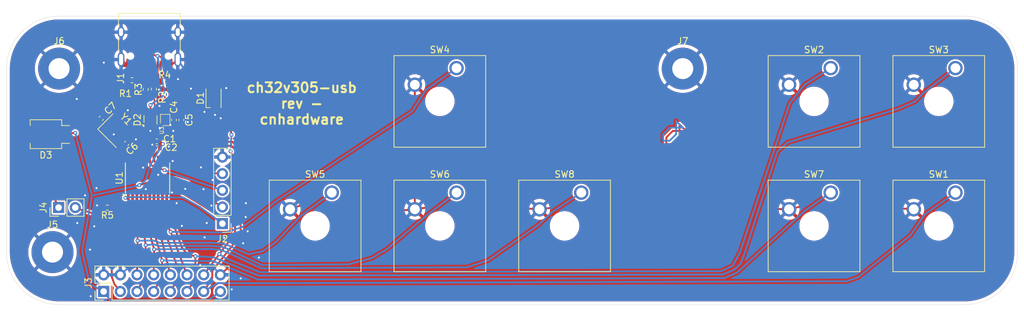
<source format=kicad_pcb>
(kicad_pcb (version 20221018) (generator pcbnew)
  (layers (0 "F.Cu" signal) (31 "B.Cu" signal) (34 "B.Paste" user) (35 "F.Paste" user) (36 "B.SilkS" user "B.Silkscreen") (37 "F.SilkS" user "F.Silkscreen") (38 "B.Mask" user) (39 "F.Mask" user) (44 "Edge.Cuts" user))
  (net 0 "")
  (net 1 "PA5")
  (net 2 "+5V")
  (net 3 "OSCI")
  (net 4 "OSCO")
  (net 6 "PB15")
  (net 7 "+3V3")
  (net 8 "D+")
  (net 9 "D-")
  (net 10 "Net-(J1-CC1)")
  (net 11 "Net-(J1-D+-PadA6)")
  (net 12 "Net-(J1-D--PadA7)")
  (net 14 "Net-(J1-CC2)")
  (net 16 "PB11")
  (net 17 "PB13")
  (net 18 "PC7")
  (net 19 "PC9")
  (net 20 "PC8")
  (net 21 "PC6")
  (net 22 "PB4")
  (net 23 "PB12")
  (net 24 "PB10")
  (net 25 "NRST")
  (net 26 "SWD")
  (net 27 "SWC")
  (net 28 "GND")
  (net 29 "Net-(D3-A)")
  (footprint "Resistor_SMD:R_0402_1005Metric" (layer "F.Cu") (at 82.1 76.770001 180)
    (fp_text reference "R1")
    (fp_text value "5.1k")
  )
  (footprint "Capacitor_SMD:C_0402_1005Metric" (layer "F.Cu") (at 88.5 82.83 -90)
    (fp_text reference "C4")
    (fp_text value "0.1u")
  )
  (footprint "Capacitor_SMD:C_0402_1005Metric" (layer "F.Cu") (at 89.63 82.839999 -90)
    (fp_text reference "C5")
    (fp_text value "4.7u")
  )
  (footprint "MountingHole:MountingHole_3.2mm_M3_Pad" (layer "F.Cu") (at 71 75)
    (fp_text reference "J6")
    (fp_text value "MNT")
  )
  (footprint "Package_SO:SSOP-20_4.4x6.5mm_P0.65mm" (layer "F.Cu") (at 84.475 91.7 90)
    (fp_text reference "U1")
    (fp_text value "CH32V305FBP6")
  )
  (footprint "Capacitor_SMD:C_0402_1005Metric" (layer "F.Cu") (at 77.43 82.58 -135)
    (fp_text reference "C7")
    (fp_text value "10p")
  )
  (footprint "OptoDevice:Osram_BPW34S-SMD" (layer "F.Cu") (at 69 85 180)
    (fp_text reference "D3")
    (fp_text value "BPW34-SMD")
  )
  (footprint "Connector_PinHeader_2.54mm:PinHeader_2x08_P2.54mm_Vertical" (layer "F.Cu") (at 77.79 109 90)
    (fp_text reference "J3")
    (fp_text value "RND")
  )
  (footprint "Capacitor_SMD:C_0402_1005Metric" (layer "F.Cu") (at 85.88 86.1 180)
    (fp_text reference "C1")
    (fp_text value "4.7u")
  )
  (footprint "Button_Switch_Keyboard:SW_Cherry_MX_1.00u_Plate" (layer "F.Cu") (at 131.54 74.92)
    (fp_text reference "SW4")
    (fp_text value "KEY")
  )
  (footprint "Capacitor_SMD:C_0402_1005Metric" (layer "F.Cu") (at 85.880001 87.17 180)
    (fp_text reference "C2")
    (fp_text value "0.1u")
  )
  (footprint "Crystal:Crystal_SMD_3225-4Pin_3.2x2.5mm" (layer "F.Cu") (at 79.470001 84.47 -45)
    (fp_text reference "Y1")
    (fp_text value "8MHz12pF")
  )
  (footprint "cnhardware:USB_C_2.5" (layer "F.Cu") (at 84.76 70.48 180)
    (fp_text reference "J1")
    (fp_text value "USB_C_Receptacle_USB2.0")
  )
  (footprint "Button_Switch_Keyboard:SW_Cherry_MX_1.00u_Plate" (layer "F.Cu") (at 188.54 74.92)
    (fp_text reference "SW2")
    (fp_text value "KEY")
  )
  (footprint "Resistor_SMD:R_0402_1005Metric" (layer "F.Cu") (at 85.44 78.110001 -90)
    (fp_text reference "R2")
    (fp_text value "22")
  )
  (footprint "Button_Switch_Keyboard:SW_Cherry_MX_1.00u_Plate" (layer "F.Cu") (at 112.54 93.92)
    (fp_text reference "SW5")
    (fp_text value "KEY")
  )
  (footprint "Button_Switch_Keyboard:SW_Cherry_MX_1.00u_Plate" (layer "F.Cu") (at 131.54 93.92)
    (fp_text reference "SW6")
    (fp_text value "KEY")
  )
  (footprint "MountingHole:MountingHole_3.2mm_M3_Pad" (layer "F.Cu") (at 166 75)
    (fp_text reference "J7")
    (fp_text value "MNT")
  )
  (footprint "cnhardware:xdfn-reg" (layer "F.Cu") (at 87.160001 82.839998)
    (fp_text reference "U3")
    (fp_text value "3.3vReg")
  )
  (footprint "Resistor_SMD:R_0402_1005Metric" (layer "F.Cu") (at 78.36 96.2 180)
    (fp_text reference "R5")
    (fp_text value "390k")
  )
  (footprint "Capacitor_SMD:C_0402_1005Metric" (layer "F.Cu") (at 81.3 86.4 45)
    (fp_text reference "C6")
    (fp_text value "10p")
  )
  (footprint "Connector_PinHeader_2.54mm:PinHeader_1x02_P2.54mm_Vertical" (layer "F.Cu") (at 70.925 96.2 90)
    (fp_text reference "J4")
    (fp_text value "JMP-PD")
  )
  (footprint "Resistor_SMD:R_0402_1005Metric" (layer "F.Cu") (at 87.080001 77.14)
    (fp_text reference "R4")
    (fp_text value "5.1k")
  )
  (footprint "Package_TO_SOT_SMD:SOT-666" (layer "F.Cu") (at 84.922499 82.820001 90)
    (fp_text reference "D2")
    (fp_text value "USBLC6-2P6-TVS")
  )
  (footprint "Button_Switch_Keyboard:SW_Cherry_MX_1.00u_Plate" (layer "F.Cu") (at 207.54 74.92)
    (fp_text reference "SW3")
    (fp_text value "KEY")
  )
  (footprint "LED_SMD:LED_WS2812B-2020_PLCC4_2.0x2.0mm" (layer "F.Cu") (at 94.529999 79.525001 90)
    (fp_text reference "D1")
    (fp_text value "WS2812B-2020")
  )
  (footprint "Resistor_SMD:R_0402_1005Metric" (layer "F.Cu") (at 84.190001 78.169999 -90)
    (fp_text reference "R3")
    (fp_text value "22")
  )
  (footprint "Connector_PinHeader_2.54mm:PinHeader_1x05_P2.54mm_Vertical" (layer "F.Cu") (at 95.879999 98.649999 180)
    (fp_text reference "J2")
    (fp_text value "PGM")
  )
  (footprint "MountingHole:MountingHole_3.2mm_M3_Pad" (layer "F.Cu") (at 70 103)
    (fp_text reference "J5")
    (fp_text value "MNT")
  )
  (footprint "Button_Switch_Keyboard:SW_Cherry_MX_1.00u_Plate" (layer "F.Cu") (at 207.54 93.92)
    (fp_text reference "SW1")
    (fp_text value "KEY")
  )
  (footprint "Button_Switch_Keyboard:SW_Cherry_MX_1.00u_Plate" (layer "F.Cu") (at 188.54 93.92)
    (fp_text reference "SW7")
    (fp_text value "KEY")
  )
  (footprint "Button_Switch_Keyboard:SW_Cherry_MX_1.00u_Plate" (layer "F.Cu") (at 150.54 93.92)
    (fp_text reference "SW8")
    (fp_text value "KEY")
  )
  (gr_arc (start 209 67) (mid 214.656854 69.343146) (end 217 75) (stroke (width 0.05)) (layer "Edge.Cuts"))
  (gr_line (start 71 111) (end 209.000003 111) (stroke (width 0.05)) (layer "Edge.Cuts"))
  (gr_arc (start 63 75) (mid 65.343146 69.343146) (end 71 67) (stroke (width 0.05)) (layer "Edge.Cuts"))
  (gr_arc (start 217.000003 103) (mid 214.656856 108.656853) (end 209.000003 111) (stroke (width 0.05)) (layer "Edge.Cuts"))
  (gr_arc (start 71 111) (mid 65.343146 108.656854) (end 63 103) (stroke (width 0.05)) (layer "Edge.Cuts"))
  (gr_line (start 217.000003 103) (end 217.000003 75) (stroke (width 0.05)) (layer "Edge.Cuts"))
  (gr_line (start 209 67) (end 71 67) (stroke (width 0.05)) (layer "Edge.Cuts"))
  (gr_line (start 63 75) (end 63 103) (stroke (width 0.05)) (layer "Edge.Cuts"))
  (gr_text "ch32v305-usb\nrev -\ncnhardware" (at 107.97 83.62) (layer "F.SilkS") (effects (font (size 1.5 1.5) (thickness 0.3) bold) (justify bottom)))
  (segment (start 163.5 85.5) (end 164.5 84.5) (width 0.28) (layer "F.Cu") (net 0))
  (segment (start 165.5 83.5) (end 165.5 85.5) (width 0.28) (layer "F.Cu") (net 0))
  (segment (start 164.5 86.5) (end 163.5 86.5) (width 0.28) (layer "F.Cu") (net 0))
  (segment (start 164.5 84.5) (end 166.5 84.5) (width 0.28) (layer "F.Cu") (net 0))
  (segment (start 166.5 84.5) (end 165.5 83.5) (width 0.28) (layer "F.Cu") (net 0))
  (segment (start 163.5 86.5) (end 163.5 85.5) (width 0.28) (layer "F.Cu") (net 0))
  (segment (start 165.5 85.5) (end 164.5 86.5) (width 0.28) (layer "F.Cu") (net 0))
  (segment (start 165 85) (end 164 86) (width 0.28) (layer "B.Cu") (net 0))
  (segment (start 163 86) (end 163 85) (width 0.28) (layer "B.Cu") (net 0))
  (segment (start 164 84) (end 166 84) (width 0.28) (layer "B.Cu") (net 0))
  (segment (start 163 85) (end 164 84) (width 0.28) (layer "B.Cu") (net 0))
  (segment (start 166 84) (end 165 83) (width 0.28) (layer "B.Cu") (net 0))
  (segment (start 165 83) (end 165 85) (width 0.28) (layer "B.Cu") (net 0))
  (segment (start 164 86) (end 163 86) (width 0.28) (layer "B.Cu") (net 0))
  (segment (start 81.669999 99.360001) (end 81.75 97.940001) (width 0.28) (layer "F.Cu") (net 1))
  (segment (start 80.33 108.999999) (end 79.45 107.92) (width 0.28) (layer "F.Cu") (net 1))
  (segment (start 81.659999 96.730001) (end 81.75 97.940001) (width 0.28) (layer "F.Cu") (net 1))
  (segment (start 78.870001 96.199999) (end 78.459999 97.24) (width 0.28) (layer "F.Cu") (net 1))
  (segment (start 78.459999 97.24) (end 77.58 97.5) (width 0.28) (layer "F.Cu") (net 1))
  (segment (start 82.2 94.6) (end 82.2 95.7) (width 0.28) (layer "F.Cu") (net 1))
  (segment (start 79.45 107.92) (end 79.019999 106.770001) (width 0.28) (layer "F.Cu") (net 1))
  (segment (start 79.019999 106.770001) (end 79.02 105.24) (width 0.28) (layer "F.Cu") (net 1))
  (segment (start 77.58 97.5) (end 73.53 96.29) (width 0.28) (layer "F.Cu") (net 1))
  (segment (start 82.2 95.7) (end 81.659999 96.730001) (width 0.28) (layer "F.Cu") (net 1))
  (segment (start 79.02 105.24) (end 81.669999 99.360001) (width 0.28) (layer "F.Cu") (net 1))
  (segment (start 80.86 96.32) (end 81.659999 96.730001) (width 0.28) (layer "F.Cu") (net 1))
  (segment (start 78.870001 96.199999) (end 80.86 96.32) (width 0.28) (layer "F.Cu") (net 1))
  (segment (start 87.51 81.610001) (end 87.059999 81.229999) (width 0.28) (layer "F.Cu") (net 2))
  (segment (start 84.019999 72.81) (end 82.649999 73.440001) (width 0.28) (layer "F.Cu") (net 2))
  (segment (start 88.5 82.35) (end 87.510001 82.330001) (width 0.28) (layer "F.Cu") (net 2))
  (segment (start 87.04 73.58) (end 86.690001 73.24) (width 0.28) (layer "F.Cu") (net 2))
  (segment (start 82.649999 73.440001) (end 82.339999 73.69) (width 0.28) (layer "F.Cu") (net 2))
  (segment (start 87.059999 81.229999) (end 87.13 78.95) (width 0.28) (layer "F.Cu") (net 2))
  (segment (start 89.629999 82.36) (end 88.5 82.35) (width 0.28) (layer "F.Cu") (net 2))
  (segment (start 87.059999 81.229999) (end 86.81 81.689999) (width 0.28) (layer "F.Cu") (net 2))
  (segment (start 86.810001 82.330001) (end 86.81 81.689999) (width 0.28) (layer "F.Cu") (net 2))
  (segment (start 84.9 72.809999) (end 84.019999 72.81) (width 0.28) (layer "F.Cu") (net 2))
  (segment (start 82.339999 73.69) (end 82.31 74.525) (width 0.28) (layer "F.Cu") (net 2))
  (segment (start 86.690001 73.24) (end 85.98 73.069441) (width 0.28) (layer "F.Cu") (net 2))
  (segment (start 85.98 73.069441) (end 84.9 72.809999) (width 0.28) (layer "F.Cu") (net 2))
  (segment (start 87.21 74.525) (end 87.04 73.58) (width 0.28) (layer "F.Cu") (net 2))
  (segment (start 84.9225 81.895) (end 84.92 80.56) (width 0.28) (layer "F.Cu") (net 2))
  (segment (start 87.510001 82.330001) (end 87.51 81.610001) (width 0.28) (layer "F.Cu") (net 2))
  (via (at 85.98 73.069441) (size 0.6) (drill 0.3) (layers "F.Cu" "B.Cu") (net 2))
  (via (at 87.13 78.95) (size 0.6) (drill 0.3) (layers "F.Cu" "B.Cu") (net 2))
  (via (at 84.92 80.56) (size 0.6) (drill 0.3) (layers "F.Cu" "B.Cu") (net 2))
  (segment (start 87.13 78.95) (end 85.98 73.069441) (width 0.28) (layer "B.Cu") (net 2))
  (segment (start 84.92 80.56) (end 87.13 78.95) (width 0.28) (layer "B.Cu") (net 2))
  (segment (start 81.639411 86.060589) (end 82.000001 86.74) (width 0.28) (layer "F.Cu") (net 3))
  (segment (start 82.2 88.8) (end 82.000001 86.74) (width 0.28) (layer "F.Cu") (net 3))
  (segment (start 81.639411 86.060588) (end 80.84886 84.646778) (width 0.3048) (layer "F.Cu") (net 3))
  (segment (start 78.120001 85.700001) (end 78.091143 84.293222) (width 0.28) (layer "F.Cu") (net 4))
  (segment (start 79.9 87.5) (end 81.55 88.8) (width 0.28) (layer "F.Cu") (net 4))
  (segment (start 78.120001 85.700001) (end 79.9 87.5) (width 0.28) (layer "F.Cu") (net 4))
  (segment (start 78.091143 84.293222) (end 77.090589 82.919411) (width 0.3048) (layer "F.Cu") (net 4))
  (segment (start 97.09 97.03) (end 97.24 96.45) (width 0.28) (layer "F.Cu") (net 6))
  (segment (start 86.1 94.6) (end 86.1 95.2) (width 0.28) (layer "F.Cu") (net 6))
  (segment (start 92.62 95.75) (end 89.7 94) (width 0.28) (layer "F.Cu") (net 6))
  (segment (start 89.7 94) (end 88.5 93.1) (width 0.28) (layer "F.Cu") (net 6))
  (segment (start 96.46 97.44) (end 97.09 97.03) (width 0.28) (layer "F.Cu") (net 6))
  (segment (start 95.03 97.31) (end 96.46 97.44) (width 0.28) (layer "F.Cu") (net 6))
  (segment (start 92.62 95.75) (end 95.03 97.31) (width 0.28) (layer "F.Cu") (net 6))
  (segment (start 89.2 105.8) (end 89.169999 106.920001) (width 0.28) (layer "F.Cu") (net 6))
  (segment (start 86.8 93) (end 86.1 93.6) (width 0.28) (layer "F.Cu") (net 6))
  (segment (start 96.48 79.73) (end 95.079999 78.610001) (width 0.28) (layer "F.Cu") (net 6))
  (segment (start 97.4 88.38) (end 97.12 87.61) (width 0.28) (layer "F.Cu") (net 6))
  (segment (start 97.24 96.45) (end 97.4 88.38) (width 0.28) (layer "F.Cu") (net 6))
  (segment (start 87.1 99.8) (end 89.2 105.8) (width 0.28) (layer "F.Cu") (net 6))
  (segment (start 89.169999 106.920001) (end 87.95 109) (width 0.28) (layer "F.Cu") (net 6))
  (segment (start 97.26 85.08) (end 96.48 79.73) (width 0.28) (layer "F.Cu") (net 6))
  (segment (start 88.5 93.1) (end 86.8 93) (width 0.28) (layer "F.Cu") (net 6))
  (segment (start 86.1 93.6) (end 86.1 94.6) (width 0.28) (layer "F.Cu") (net 6))
  (segment (start 86.1 95.2) (end 87.1 99.8) (width 0.28) (layer "F.Cu") (net 6))
  (via (at 97.26 85.08) (size 0.6) (drill 0.3) (layers "F.Cu" "B.Cu") (net 6))
  (via (at 97.12 87.61) (size 0.6) (drill 0.3) (layers "F.Cu" "B.Cu") (net 6))
  (segment (start 97.12 87.61) (end 97.26 85.08) (width 0.28) (layer "B.Cu") (net 6))
  (segment (start 85.5 88.2) (end 86.360001 87.17) (width 0.28) (layer "F.Cu") (net 7))
  (segment (start 87.295541 84.404459) (end 87.799999 85.5) (width 0.28) (layer "F.Cu") (net 7))
  (segment (start 91.920001 93.720001) (end 95.88 96.110001) (width 0.28) (layer "F.Cu") (net 7))
  (segment (start 85.8 91.9) (end 88.6 91.8) (width 0.28) (layer "F.Cu") (net 7))
  (segment (start 72.05 85) (end 73.46 84.8) (width 0.28) (layer "F.Cu") (net 7))
  (segment (start 85.45 88.8) (end 85.5 88.2) (width 0.28) (layer "F.Cu") (net 7))
  (segment (start 86.36 86.6) (end 86.8 86.5) (width 0.28) (layer "F.Cu") (net 7))
  (segment (start 92.33 80.16) (end 91.72 83.82) (width 0.28) (layer "F.Cu") (net 7))
  (segment (start 90.39 84.85) (end 87.799999 85.5) (width 0.28) (layer "F.Cu") (net 7))
  (segment (start 86.81 83.350001) (end 87.295541 84.404459) (width 0.28) (layer "F.Cu") (net 7))
  (segment (start 93.979999 78.610001) (end 93.02 78.86) (width 0.28) (layer "F.Cu") (net 7))
  (segment (start 90.584106 92.395894) (end 91.920001 93.720001) (width 0.28) (layer "F.Cu") (net 7))
  (segment (start 91.72 83.82) (end 90.39 84.85) (width 0.28) (layer "F.Cu") (net 7))
  (segment (start 86.36 86.6) (end 86.360001 87.17) (width 0.28) (layer "F.Cu") (net 7))
  (segment (start 93.02 78.86) (end 92.33 80.16) (width 0.28) (layer "F.Cu") (net 7))
  (segment (start 83.23 92.8) (end 85.8 91.9) (width 0.28) (layer "F.Cu") (net 7))
  (segment (start 88.6 91.8) (end 90.584106 92.395894) (width 0.28) (layer "F.Cu") (net 7))
  (segment (start 87.295541 84.404459) (end 86.36 86.1) (width 0.28) (layer "F.Cu") (net 7))
  (segment (start 86.36 86.1) (end 86.36 86.6) (width 0.28) (layer "F.Cu") (net 7))
  (via (at 73.46 84.8) (size 0.6) (drill 0.3) (layers "F.Cu" "B.Cu") (net 7))
  (via (at 83.23 92.8) (size 0.6) (drill 0.3) (layers "F.Cu" "B.Cu") (net 7))
  (via (at 86.8 86.5) (size 0.6) (drill 0.3) (layers "F.Cu" "B.Cu") (net 7))
  (segment (start 75.67 107.89) (end 77.79 109) (width 0.28) (layer "B.Cu") (net 7))
  (segment (start 74.5 102.82) (end 75.67 107.89) (width 0.28) (layer "B.Cu") (net 7))
  (segment (start 86.8 86.5) (end 84.9 89.7) (width 0.28) (layer "B.Cu") (net 7))
  (segment (start 78.81 110.36) (end 77.79 109) (width 0.28) (layer "B.Cu") (net 7))
  (segment (start 95.57 109) (end 93.83 110.27) (width 0.28) (layer "B.Cu") (net 7))
  (segment (start 84.2 92) (end 83.23 92.8) (width 0.28) (layer "B.Cu") (net 7))
  (segment (start 73.46 84.8) (end 76.01 94.37) (width 0.28) (layer "B.Cu") (net 7))
  (segment (start 93.83 110.27) (end 78.81 110.36) (width 0.28) (layer "B.Cu") (net 7))
  (segment (start 74.5 102.82) (end 76.01 94.37) (width 0.28) (layer "B.Cu") (net 7))
  (segment (start 76.01 94.37) (end 83.23 92.8) (width 0.28) (layer "B.Cu") (net 7))
  (segment (start 84.9 89.7) (end 84.2 92) (width 0.28) (layer "B.Cu") (net 7))
  (segment (start 84.385 81.97) (end 84.384999 83.669999) (width 0.3048) (layer "F.Cu") (net 8))
  (segment (start 84.384999 83.670001) (end 83.5 88.8) (width 0.28) (layer "F.Cu") (net 8))
  (segment (start 84.229999 80.519999) (end 84.19 78.680001) (width 0.3048) (layer "F.Cu") (net 8))
  (segment (start 84.385 81.97) (end 84.229999 80.519999) (width 0.3048) (layer "F.Cu") (net 8))
  (segment (start 85.549999 80.55) (end 85.459999 81.969999) (width 0.2) (layer "F.Cu") (net 9))
  (segment (start 84.9 85.5) (end 84.5 86.2) (width 0.3048) (layer "F.Cu") (net 9))
  (segment (start 84.5 86.2) (end 84.15 88.8) (width 0.3048) (layer "F.Cu") (net 9))
  (segment (start 85.61 84.520001) (end 85.5 85.2) (width 0.3048) (layer "F.Cu") (net 9))
  (segment (start 85.44 78.619999) (end 85.549999 80.55) (width 0.2) (layer "F.Cu") (net 9))
  (segment (start 85.459999 81.969999) (end 85.460001 83.67) (width 0.3048) (layer "F.Cu") (net 9))
  (segment (start 85.460001 83.67) (end 85.61 84.520001) (width 0.3048) (layer "F.Cu") (net 9))
  (segment (start 85.5 85.2) (end 84.9 85.5) (width 0.3048) (layer "F.Cu") (net 9))
  (segment (start 86.010001 74.525) (end 86.01 75.650001) (width 0.28) (layer "F.Cu") (net 10))
  (segment (start 86.01 75.650001) (end 86.57 77.14) (width 0.28) (layer "F.Cu") (net 10))
  (segment (start 84.259999 73.36) (end 84.1 73.489999) (width 0.28) (layer "F.Cu") (net 11))
  (segment (start 84.015002 73.74) (end 84.01 74.525) (width 0.28) (layer "F.Cu") (net 11))
  (segment (start 84.01 76.15) (end 84.189999 77.66) (width 0.28) (layer "F.Cu") (net 11))
  (segment (start 85.01 74.524999) (end 85.009999 73.7) (width 0.28) (layer "F.Cu") (net 11))
  (segment (start 84.1 73.489999) (end 84.015002 73.74) (width 0.28) (layer "F.Cu") (net 11))
  (segment (start 84.63 73.35) (end 84.259999 73.36) (width 0.28) (layer "F.Cu") (net 11))
  (segment (start 84.01 74.525) (end 84.01 76.15) (width 0.28) (layer "F.Cu") (net 11))
  (segment (start 84.899999 73.49) (end 84.63 73.35) (width 0.28) (layer "F.Cu") (net 11))
  (segment (start 85.009999 73.7) (end 84.899999 73.49) (width 0.28) (layer "F.Cu") (net 11))
  (segment (start 85.509999 75.67) (end 85.51 74.524999) (width 0.28) (layer "F.Cu") (net 12))
  (segment (start 84.51 74.525) (end 84.51 76.109999) (width 0.28) (layer "F.Cu") (net 12))
  (segment (start 85.44 77.600001) (end 85.509999 75.67) (width 0.28) (layer "F.Cu") (net 12))
  (segment (start 84.51 76.109999) (end 85.44 77.600001) (width 0.28) (layer "F.Cu") (net 12))
  (segment (start 83.01 75.71) (end 82.610001 76.77) (width 0.28) (layer "F.Cu") (net 14))
  (segment (start 83.009999 74.525) (end 83.01 75.71) (width 0.28) (layer "F.Cu") (net 14))
  (segment (start 84.194892 101.93) (end 84.079998 106.75) (width 0.28) (layer "F.Cu") (net 16))
  (segment (start 83.5 94.6) (end 83.5 96.2) (width 0.28) (layer "F.Cu") (net 16))
  (segment (start 83.8 99.4) (end 84.194892 101.93) (width 0.28) (layer "F.Cu") (net 16))
  (segment (start 84.079998 106.75) (end 82.869999 109.000001) (width 0.28) (layer "F.Cu") (net 16))
  (segment (start 83.5 96.2) (end 83.8 99.4) (width 0.28) (layer "F.Cu") (net 16))
  (via (at 84.194892 101.93) (size 0.6) (drill 0.3) (layers "F.Cu" "B.Cu") (net 16))
  (segment (start 94.19462 102.044555) (end 86.21 102.07) (width 0.28) (layer "B.Cu") (net 16))
  (segment (start 120.89 102.58) (end 118.62 103.92) (width 0.28) (layer "B.Cu") (net 16))
  (segment (start 126.85 97.51) (end 120.89 102.58) (width 0.28) (layer "B.Cu") (net 16))
  (segment (start 95.632524 102.154174) (end 94.19462 102.044555) (width 0.28) (layer "B.Cu") (net 16))
  (segment (start 118.62 103.92) (end 115.11 104.86) (width 0.28) (layer "B.Cu") (net 16))
  (segment (start 85.47 101.81) (end 84.194892 101.93) (width 0.28) (layer "B.Cu") (net 16))
  (segment (start 86.21 102.07) (end 85.47 101.81) (width 0.28) (layer "B.Cu") (net 16))
  (segment (start 115.11 104.86) (end 101.919806 104.979421) (width 0.28) (layer "B.Cu") (net 16))
  (segment (start 131.54 93.92) (end 126.85 97.51) (width 0.28) (layer "B.Cu") (net 16))
  (segment (start 96.27 102.33) (end 95.632524 102.154174) (width 0.28) (layer "B.Cu") (net 16))
  (segment (start 101.919806 104.979421) (end 96.27 102.33) (width 0.28) (layer "B.Cu") (net 16))
  (segment (start 86.700815 104.27) (end 85.4 99.7) (width 0.28) (layer "F.Cu") (net 17))
  (segment (start 85.4 99.7) (end 84.8 95.5) (width 0.28) (layer "F.Cu") (net 17))
  (segment (start 84.8 95.5) (end 84.8 94.6) (width 0.28) (layer "F.Cu") (net 17))
  (segment (start 86.700815 104.27) (end 86.649999 106.760001) (width 0.28) (layer "F.Cu") (net 17))
  (segment (start 86.649999 106.760001) (end 85.410001 108.999999) (width 0.28) (layer "F.Cu") (net 17))
  (via (at 86.700815 104.27) (size 0.6) (drill 0.3) (layers "F.Cu" "B.Cu") (net 17))
  (segment (start 101.25 107.17) (end 94.46 104.37) (width 0.28) (layer "B.Cu") (net 17))
  (segment (start 172.37 106.95) (end 174.33 106.09) (width 0.28) (layer "B.Cu") (net 17))
  (segment (start 172.37 106.95) (end 101.25 107.17) (width 0.28) (layer "B.Cu") (net 17))
  (segment (start 184.59 96.68) (end 188.54 93.92) (width 0.28) (layer "B.Cu") (net 17))
  (segment (start 175.78 104.73) (end 184.59 96.68) (width 0.28) (layer "B.Cu") (net 17))
  (segment (start 94.46 104.37) (end 86.700815 104.27) (width 0.28) (layer "B.Cu") (net 17))
  (segment (start 174.33 106.09) (end 175.78 104.73) (width 0.28) (layer "B.Cu") (net 17))
  (segment (start 88.3 98.5) (end 88.8 99.8) (width 0.28) (layer "F.Cu") (net 18))
  (segment (start 87.5 95.5) (end 88.3 98.5) (width 0.28) (layer "F.Cu") (net 18))
  (segment (start 89.7 102.3) (end 90.6 103.4) (width 0.28) (layer "F.Cu") (net 18))
  (segment (start 87.4 94.6) (end 87.5 95.5) (width 0.28) (layer "F.Cu") (net 18))
  (segment (start 91.775634 103.62) (end 91.689999 107.239999) (width 0.28) (layer "F.Cu") (net 18))
  (segment (start 91.689999 107.239999) (end 90.49 109.000001) (width 0.28) (layer "F.Cu") (net 18))
  (segment (start 90.6 103.4) (end 91.775634 103.62) (width 0.28) (layer "F.Cu") (net 18))
  (segment (start 88.8 99.8) (end 89.7 102.3) (width 0.28) (layer "F.Cu") (net 18))
  (via (at 91.775634 103.62) (size 0.6) (drill 0.3) (layers "F.Cu" "B.Cu") (net 18))
  (segment (start 101.39 106.58) (end 94.54 103.79) (width 0.28) (layer "B.Cu") (net 18))
  (segment (start 181.99 86.26) (end 198.91 81.11) (width 0.28) (layer "B.Cu") (net 18))
  (segment (start 202.79 78.59) (end 207.54 74.92) (width 0.28) (layer "B.Cu") (net 18))
  (segment (start 172.1 106.41) (end 101.39 106.58) (width 0.28) (layer "B.Cu") (net 18))
  (segment (start 173.87 105.66) (end 174.81 104.73) (width 0.28) (layer "B.Cu") (net 18))
  (segment (start 201.4 80.01) (end 202.79 78.59) (width 0.28) (layer "B.Cu") (net 18))
  (segment (start 174.81 104.73) (end 175.48 103.01) (width 0.28) (layer "B.Cu") (net 18))
  (segment (start 198.91 81.11) (end 201.4 80.01) (width 0.28) (layer "B.Cu") (net 18))
  (segment (start 172.1 106.41) (end 173.87 105.66) (width 0.28) (layer "B.Cu") (net 18))
  (segment (start 175.48 103.01) (end 180.41 87.68) (width 0.28) (layer "B.Cu") (net 18))
  (segment (start 180.41 87.68) (end 181.99 86.26) (width 0.28) (layer "B.Cu") (net 18))
  (segment (start 94.54 103.79) (end 91.775634 103.62) (width 0.28) (layer "B.Cu") (net 18))
  (segment (start 97.36 86.15) (end 94.780001 86.16) (width 0.28) (layer "F.Cu") (net 19))
  (segment (start 93.029999 108.999998) (end 94.32 106.980001) (width 0.28) (layer "F.Cu") (net 19))
  (segment (start 94.32 106.980001) (end 94.349999 105.84) (width 0.28) (layer "F.Cu") (net 19))
  (segment (start 98.52 87.26) (end 97.36 86.15) (width 0.28) (layer "F.Cu") (net 19))
  (segment (start 98.66 100.4) (end 98.52 87.26) (width 0.28) (layer "F.Cu") (net 19))
  (segment (start 90.5 86.9) (end 89 87.5) (width 0.28) (layer "F.Cu") (net 19))
  (segment (start 87.1 87.8) (end 86.8 88) (width 0.28) (layer "F.Cu") (net 19))
  (segment (start 86.8 88) (end 86.75 88.8) (width 0.28) (layer "F.Cu") (net 19))
  (segment (start 89 87.5) (end 87.1 87.8) (width 0.28) (layer "F.Cu") (net 19))
  (segment (start 94.349999 105.84) (end 98.66 100.4) (width 0.28) (layer "F.Cu") (net 19))
  (segment (start 94.780001 86.16) (end 90.5 86.9) (width 0.28) (layer "F.Cu") (net 19))
  (segment (start 202.87 97.23) (end 200.68 100.45) (width 0.28) (layer "B.Cu") (net 19))
  (segment (start 95.13 107.73) (end 93.03 109) (width 0.28) (layer "B.Cu") (net 19))
  (segment (start 190.99 107.440766) (end 192.71 106.83) (width 0.28) (layer "B.Cu") (net 19))
  (segment (start 101.17 107.74) (end 190.99 107.440766) (width 0.28) (layer "B.Cu") (net 19))
  (segment (start 192.71 106.83) (end 200.68 100.45) (width 0.28) (layer "B.Cu") (net 19))
  (segment (start 95.13 107.73) (end 101.17 107.74) (width 0.28) (layer "B.Cu") (net 19))
  (segment (start 207.54 93.92) (end 202.87 97.23) (width 0.28) (layer "B.Cu") (net 19))
  (segment (start 97.27 86.78) (end 97.999999 87.629999) (width 0.28) (layer "F.Cu") (net 20))
  (segment (start 90.6 87.4) (end 93.1 87) (width 0.28) (layer "F.Cu") (net 20))
  (segment (start 97.999999 87.629999) (end 97.79 100.14) (width 0.28) (layer "F.Cu") (net 20))
  (segment (start 87.7 88.2) (end 89.2 88) (width 0.28) (layer "F.Cu") (net 20))
  (segment (start 93.1 87) (end 95.109999 86.730001) (width 0.28) (layer "F.Cu") (net 20))
  (segment (start 87.4 88.8) (end 87.7 88.2) (width 0.28) (layer "F.Cu") (net 20))
  (segment (start 93.03 106.46) (end 95.414046 103.295954) (width 0.28) (layer "F.Cu") (net 20))
  (segment (start 97.79 100.14) (end 95.414046 103.295954) (width 0.28) (layer "F.Cu") (net 20))
  (segment (start 95.109999 86.730001) (end 97.27 86.78) (width 0.28) (layer "F.Cu") (net 20))
  (segment (start 89.2 88) (end 90.6 87.4) (width 0.28) (layer "F.Cu") (net 20))
  (via (at 95.414046 103.295954) (size 0.6) (drill 0.3) (layers "F.Cu" "B.Cu") (net 20))
  (segment (start 182.32 80.25) (end 184.59 77.43) (width 0.28) (layer "B.Cu") (net 20))
  (segment (start 173.62 105.08) (end 174.73 103) (width 0.28) (layer "B.Cu") (net 20))
  (segment (start 171.81 105.91) (end 173.62 105.08) (width 0.28) (layer "B.Cu") (net 20))
  (segment (start 95.414046 103.295954) (end 96.21 103.85) (width 0.28) (layer "B.Cu") (net 20))
  (segment (start 101.55 106.05) (end 171.81 105.91) (width 0.28) (layer "B.Cu") (net 20))
  (segment (start 96.21 103.85) (end 101.55 106.05) (width 0.28) (layer "B.Cu") (net 20))
  (segment (start 174.73 103) (end 182.32 80.25) (width 0.28) (layer "B.Cu") (net 20))
  (segment (start 184.59 77.43) (end 188.54 74.92) (width 0.28) (layer "B.Cu") (net 20))
  (segment (start 88 99.9) (end 90.49 106.46) (width 0.28) (layer "F.Cu") (net 21))
  (segment (start 86.763563 95.247126) (end 86.75 94.6) (width 0.28) (layer "F.Cu") (net 21))
  (segment (start 87.6 99.2) (end 86.763563 95.247126) (width 0.28) (layer "F.Cu") (net 21))
  (segment (start 88 99.9) (end 87.6 99.2) (width 0.28) (layer "F.Cu") (net 21))
  (via (at 88 99.9) (size 0.6) (drill 0.3) (layers "F.Cu" "B.Cu") (net 21))
  (segment (start 126.89 78.23) (end 131.54 74.92) (width 0.28) (layer "B.Cu") (net 21))
  (segment (start 104.16 95.17) (end 124.81 81.47) (width 0.28) (layer "B.Cu") (net 21))
  (segment (start 124.81 81.47) (end 126.89 78.23) (width 0.28) (layer "B.Cu") (net 21))
  (segment (start 98.98 99.14) (end 104.16 95.17) (width 0.28) (layer "B.Cu") (net 21))
  (segment (start 88 99.9) (end 96.32 100.01) (width 0.28) (layer "B.Cu") (net 21))
  (segment (start 96.32 100.01) (end 98.98 99.14) (width 0.28) (layer "B.Cu") (net 21))
  (segment (start 86.3 99.8) (end 87.950001 106.46) (width 0.28) (layer "F.Cu") (net 22))
  (segment (start 85.5 95.3) (end 86.3 99.8) (width 0.28) (layer "F.Cu") (net 22))
  (segment (start 85.45 94.6) (end 85.5 95.3) (width 0.28) (layer "F.Cu") (net 22))
  (segment (start 84.7 99.8) (end 84.2 95.7) (width 0.28) (layer "F.Cu") (net 23))
  (segment (start 84.2 95.7) (end 84.15 94.6) (width 0.28) (layer "F.Cu") (net 23))
  (segment (start 85.478485 102.57) (end 85.409999 106.459999) (width 0.28) (layer "F.Cu") (net 23))
  (segment (start 85.478485 102.57) (end 84.7 99.8) (width 0.28) (layer "F.Cu") (net 23))
  (via (at 85.478485 102.57) (size 0.6) (drill 0.3) (layers "F.Cu" "B.Cu") (net 23))
  (segment (start 95.56 102.64) (end 94.24 102.53) (width 0.28) (layer "B.Cu") (net 23))
  (segment (start 150.54 93.92) (end 145.98 96.97) (width 0.28) (layer "B.Cu") (net 23))
  (segment (start 101.8 105.46) (end 96.51 103) (width 0.28) (layer "B.Cu") (net 23))
  (segment (start 145.98 96.97) (end 144.01 98.86) (width 0.28) (layer "B.Cu") (net 23))
  (segment (start 133.13 105.31) (end 101.8 105.46) (width 0.28) (layer "B.Cu") (net 23))
  (segment (start 136.33 104.27) (end 133.13 105.31) (width 0.28) (layer "B.Cu") (net 23))
  (segment (start 144.01 98.86) (end 136.33 104.27) (width 0.28) (layer "B.Cu") (net 23))
  (segment (start 94.24 102.53) (end 85.478485 102.57) (width 0.28) (layer "B.Cu") (net 23))
  (segment (start 96.51 103) (end 95.56 102.64) (width 0.28) (layer "B.Cu") (net 23))
  (segment (start 82.85 94.6) (end 82.961726 101.25) (width 0.28) (layer "F.Cu") (net 24))
  (segment (start 82.961726 101.25) (end 82.870001 106.460001) (width 0.28) (layer "F.Cu") (net 24))
  (via (at 82.961726 101.25) (size 0.6) (drill 0.3) (layers "F.Cu" "B.Cu") (net 24))
  (segment (start 112.54 93.92) (end 107.82 97.48) (width 0.28) (layer "B.Cu") (net 24))
  (segment (start 86.369712 101.589489) (end 85.36 101.22) (width 0.28) (layer "B.Cu") (net 24))
  (segment (start 104 101.48) (end 101.99 102.88) (width 0.28) (layer "B.Cu") (net 24))
  (segment (start 94.181361 101.562152) (end 86.369712 101.589489) (width 0.28) (layer "B.Cu") (net 24))
  (segment (start 85.36 101.22) (end 82.961726 101.25) (width 0.28) (layer "B.Cu") (net 24))
  (segment (start 99.84 103.31) (end 96.66 101.92) (width 0.28) (layer "B.Cu") (net 24))
  (segment (start 96.003177 101.758483) (end 95.584674 101.643053) (width 0.28) (layer "B.Cu") (net 24))
  (segment (start 107.82 97.48) (end 104 101.48) (width 0.28) (layer "B.Cu") (net 24))
  (segment (start 96.66 101.92) (end 96.003177 101.758483) (width 0.28) (layer "B.Cu") (net 24))
  (segment (start 101.99 102.88) (end 99.84 103.31) (width 0.28) (layer "B.Cu") (net 24))
  (segment (start 95.584674 101.643053) (end 94.181361 101.562152) (width 0.28) (layer "B.Cu") (net 24))
  (segment (start 81.55 94.6) (end 81.1 94.7) (width 0.28) (layer "F.Cu") (net 25))
  (via (at 81.1 94.7) (size 0.6) (drill 0.3) (layers "F.Cu" "B.Cu") (net 25))
  (segment (start 89.91 94.66) (end 92.46 96.11) (width 0.28) (layer "B.Cu") (net 25))
  (segment (start 81.1 94.6) (end 89.91 94.66) (width 0.28) (layer "B.Cu") (net 25))
  (segment (start 81.1 94.6) (end 81.1 94.7) (width 0.28) (layer "B.Cu") (net 25))
  (segment (start 92.46 96.11) (end 95.879999 98.649999) (width 0.28) (layer "B.Cu") (net 25))
  (segment (start 88.4 90.1) (end 90.8 90.769999) (width 0.28) (layer "F.Cu") (net 26))
  (segment (start 86.1 88.8) (end 86.1 89.5) (width 0.28) (layer "F.Cu") (net 26))
  (segment (start 86.1 89.5) (end 86.5 89.7) (width 0.28) (layer "F.Cu") (net 26))
  (segment (start 86.5 89.7) (end 88.4 90.1) (width 0.28) (layer "F.Cu") (net 26))
  (segment (start 95.880001 91.030001) (end 90.8 90.769999) (width 0.28) (layer "F.Cu") (net 26))
  (segment (start 84.9 89.7) (end 87.060001 90.509999) (width 0.28) (layer "F.Cu") (net 27))
  (segment (start 84.8 88.8) (end 84.9 89.7) (width 0.28) (layer "F.Cu") (net 27))
  (via (at 87.060001 90.509999) (size 0.6) (drill 0.3) (layers "F.Cu" "B.Cu") (net 27))
  (segment (start 87.060001 90.509999) (end 95.879999 93.569999) (width 0.28) (layer "B.Cu") (net 27))
  (segment (start 88.5 83.31) (end 89.630001 83.320001) (width 0.28) (layer "F.Cu") (net 28))
  (segment (start 95.079999 80.440001) (end 94.75 82.06) (width 0.28) (layer "F.Cu") (net 28))
  (segment (start 84.9225 83.745) (end 84.9 84.5) (width 0.28) (layer "F.Cu") (net 28))
  (segment (start 85.4 86.6) (end 85.2 86.6) (width 0.28) (layer "F.Cu") (net 28))
  (segment (start 106.19 96.46) (end 108.97 95.4) (width 0.28) (layer "F.Cu") (net 28))
  (segment (start 144.19 96.46) (end 149.1 95.84) (width 0.28) (layer "F.Cu") (net 28))
  (segment (start 85.4 86.6) (end 85.400001 87.17) (width 0.28) (layer "F.Cu") (net 28))
  (segment (start 89.08 73.609999) (end 89.08 69.430001) (width 0.28) (layer "F.Cu") (net 28))
  (segment (start 79.646779 85.848857) (end 80.960589 86.739411) (width 0.3048) (layer "F.Cu") (net 28))
  (segment (start 116.86 97.23) (end 125.19 96.46) (width 0.28) (layer "F.Cu") (net 28))
  (segment (start 130.76 95.67) (end 144.19 96.46) (width 0.28) (layer "F.Cu") (net 28))
  (segment (start 89.63 83.319999) (end 90.61 83.16) (width 0.28) (layer "F.Cu") (net 28))
  (segment (start 77.85 96.2) (end 76.79 95.87) (width 0.28) (layer "F.Cu") (net 28))
  (segment (start 149.1 95.84) (end 182.19 96.46) (width 0.28) (layer "F.Cu") (net 28))
  (segment (start 87.51 83.35) (end 88.5 83.31) (width 0.28) (layer "F.Cu") (net 28))
  (segment (start 88.01 74.525001) (end 88.009999 75.900001) (width 0.28) (layer "F.Cu") (net 28))
  (segment (start 80.33 93.29) (end 82.97 90.14) (width 0.28) (layer "F.Cu") (net 28))
  (segment (start 79.293224 83.091143) (end 79.44682 84.35) (width 0.3048) (layer "F.Cu") (net 28))
  (segment (start 85.4 86.1) (end 85.4 86.6) (width 0.28) (layer "F.Cu") (net 28))
  (segment (start 108.97 95.4) (end 116.86 97.23) (width 0.28) (layer "F.Cu") (net 28))
  (segment (start 182.19 96.46) (end 186.01 95.56) (width 0.28) (layer "F.Cu") (net 28))
  (segment (start 79.44682 84.35) (end 79.330001 85.04) (width 0.3048) (layer "F.Cu") (net 28))
  (segment (start 81.51 74.525) (end 80.440001 73.609999) (width 0.3048) (layer "F.Cu") (net 28))
  (segment (start 77.769412 82.240589) (end 79.293224 83.091143) (width 0.3048) (layer "F.Cu") (net 28))
  (segment (start 88.5 83.31) (end 87.960001 83.590001) (width 0.28) (layer "F.Cu") (net 28))
  (segment (start 77.85 96.2) (end 80.33 93.29) (width 0.28) (layer "F.Cu") (net 28))
  (segment (start 79.47 84.540001) (end 79.646779 85.848857) (width 0.3048) (layer "F.Cu") (net 28))
  (segment (start 89.08 73.609999) (end 88.01 74.525001) (width 0.28) (layer "F.Cu") (net 28))
  (segment (start 88.009999 75.900001) (end 87.59 77.139998) (width 0.28) (layer "F.Cu") (net 28))
  (segment (start 81.59 76.77) (end 81.51 74.525) (width 0.3048) (layer "F.Cu") (net 28))
  (segment (start 125.19 96.46) (end 130.76 95.67) (width 0.28) (layer "F.Cu") (net 28))
  (segment (start 79.44682 84.35) (end 79.47 84.540001) (width 0.3048) (layer "F.Cu") (net 28))
  (segment (start 95.57 106.46) (end 106.19 96.46) (width 0.28) (layer "F.Cu") (net 28))
  (segment (start 87.51 83.35) (end 87.160001 82.839998) (width 0.28) (layer "F.Cu") (net 28))
  (segment (start 125.19 77.46) (end 125.19 96.46) (width 0.28) (layer "F.Cu") (net 28))
  (segment (start 80.440001 73.609999) (end 80.44 69.43) (width 0.3048) (layer "F.Cu") (net 28))
  (segment (start 186.01 95.56) (end 201.19 96.46) (width 0.28) (layer "F.Cu") (net 28))
  (via (at 94.4 92) (size 0.6) (drill 0.3) (layers "F.Cu" "B.Cu") (net 28))
  (via (at 88.3 89.1) (size 0.6) (drill 0.3) (layers "F.Cu" "B.Cu") (net 28))
  (via (at 74.95 94.34) (size 0.6) (drill 0.3) (layers "F.Cu" "B.Cu") (net 28))
  (via (at 98.66 107) (size 0.6) (drill 0.3) (layers "F.Cu" "B.Cu") (net 28))
  (via (at 81.470001 81.35) (size 0.6) (drill 0.3) (layers "F.Cu" "B.Cu") (net 28))
  (via (at 93.14 81.6) (size 0.6) (drill 0.3) (layers "F.Cu" "B.Cu") (net 28))
  (via (at 91.09 78.05) (size 0.6) (drill 0.3) (layers "F.Cu" "B.Cu") (net 28))
  (via (at 89.11 76.61) (size 0.6) (drill 0.3) (layers "F.Cu" "B.Cu") (net 28))
  (via (at 92.5 105) (size 0.6) (drill 0.3) (layers "F.Cu" "B.Cu") (net 28))
  (via (at 75.81 109.73) (size 0.6) (drill 0.3) (layers "F.Cu" "B.Cu") (net 28))
  (via (at 96.14 100.8) (size 0.6) (drill 0.3) (layers "F.Cu" "B.Cu") (net 28))
  (via (at 86.3 80.7) (size 0.6) (drill 0.3) (layers "F.Cu" "B.Cu") (net 28))
  (via (at 88.91 95.53) (size 0.6) (drill 0.3) (layers "F.Cu" "B.Cu") (net 28))
  (via (at 93 93.4) (size 0.6) (drill 0.3) (layers "F.Cu" "B.Cu") (net 28))
  (via (at 75.71 102.62) (size 0.6) (drill 0.3) (layers "F.Cu" "B.Cu") (net 28))
  (via (at 94.75 82.06) (size 0.6) (drill 0.3) (layers "F.Cu" "B.Cu") (net 28))
  (via (at 90.22 93.35) (size 0.6) (drill 0.3) (layers "F.Cu" "B.Cu") (net 28))
  (via (at 90.61 83.16) (size 0.6) (drill 0.3) (layers "F.Cu" "B.Cu") (net 28))
  (via (at 99.42 97.65) (size 0.6) (drill 0.3) (layers "F.Cu" "B.Cu") (net 28))
  (via (at 84.2 93.4) (size 0.6) (drill 0.3) (layers "F.Cu" "B.Cu") (net 28))
  (via (at 76.7 93.23) (size 0.6) (drill 0.3) (layers "F.Cu" "B.Cu") (net 28))
  (via (at 77.81 74.08) (size 0.6) (drill 0.3) (layers "F.Cu" "B.Cu") (net 28))
  (via (at 84.9 84.5) (size 0.6) (drill 0.3) (layers "F.Cu" "B.Cu") (net 28))
  (via (at 93.16 100.75) (size 0.6) (drill 0.3) (layers "F.Cu" "B.Cu") (net 28))
  (via (at 79.330001 85.04) (size 0.6) (drill 0.3) (layers "F.Cu" "B.Cu") (net 28))
  (via (at 86.33 84.074739) (size 0.6) (drill 0.3) (layers "F.Cu" "B.Cu") (net 28))
  (via (at 89.7 99) (size 0.6) (drill 0.3) (layers "F.Cu" "B.Cu") (net 28))
  (via (at 82.7 85.8) (size 0.6) (drill 0.3) (layers "F.Cu" "B.Cu") (net 28))
  (via (at 73.7 79.63) (size 0.6) (drill 0.3) (layers "F.Cu" "B.Cu") (net 28))
  (via (at 94.2 95.9) (size 0.6) (drill 0.3) (layers "F.Cu" "B.Cu") (net 28))
  (via (at 88.4 84.5) (size 0.6) (drill 0.3) (layers "F.Cu" "B.Cu") (net 28))
  (via (at 73.77 98.56) (size 0.6) (drill 0.3) (layers "F.Cu" "B.Cu") (net 28))
  (via (at 86.2 78.2) (size 0.6) (drill 0.3) (layers "F.Cu" "B.Cu") (net 28))
  (via (at 99.72 99.83) (size 0.6) (drill 0.3) (layers "F.Cu" "B.Cu") (net 28))
  (via (at 99.04 101.65) (size 0.6) (drill 0.3) (layers "F.Cu" "B.Cu") (net 28))
  (via (at 93.49 98.55) (size 0.6) (drill 0.3) (layers "F.Cu" "B.Cu") (net 28))
  (via (at 88.2 93.9) (size 0.6) (drill 0.3) (layers "F.Cu" "B.Cu") (net 28))
  (via (at 85.2 86.6) (size 0.6) (drill 0.3) (layers "F.Cu" "B.Cu") (net 28))
  (via (at 97.29 108.69) (size 0.6) (drill 0.3) (layers "F.Cu" "B.Cu") (net 28))
  (via (at 86.1 91.2) (size 0.6) (drill 0.3) (layers "F.Cu" "B.Cu") (net 28))
  (via (at 83.8 90.1) (size 0.6) (drill 0.3) (layers "F.Cu" "B.Cu") (net 28))
  (via (at 95.62 82.57) (size 0.6) (drill 0.3) (layers "F.Cu" "B.Cu") (net 28))
  (via (at 96.46 77.97) (size 0.6) (drill 0.3) (layers "F.Cu" "B.Cu") (net 28))
  (via (at 87.7 86.9) (size 0.6) (drill 0.3) (layers "F.Cu" "B.Cu") (net 28))
  (via (at 87.960001 83.590001) (size 0.6) (drill 0.3) (layers "F.Cu" "B.Cu") (net 28))
  (via (at 101.44 103.83) (size 0.6) (drill 0.3) (layers "F.Cu" "B.Cu") (net 28))
  (via (at 76.79 95.87) (size 0.6) (drill 0.3) (layers "F.Cu" "B.Cu") (net 28))
  (via (at 76.36 99.06) (size 0.6) (drill 0.3) (layers "F.Cu" "B.Cu") (net 28))
  (via (at 99.45 95.53) (size 0.6) (drill 0.3) (layers "F.Cu" "B.Cu") (net 28))
  (via (at 92.6 90.07) (size 0.6) (drill 0.3) (layers "F.Cu" "B.Cu") (net 28))
  (segment (start 77.79 106.46) (end 80.33 106.46) (width 0.28) (layer "B.Cu") (net 28))
  (segment (start 76.79 95.87) (end 77.79 106.46) (width 0.28) (layer "B.Cu") (net 28))
  (segment (start 90.61 83.16) (end 94.75 82.06) (width 0.28) (layer "B.Cu") (net 28))
  (segment (start 82 104.99) (end 92.5 105) (width 0.28) (layer "B.Cu") (net 28))
  (segment (start 92.5 105) (end 94.26 105.01) (width 0.28) (layer "B.Cu") (net 28))
  (segment (start 83.029999 87.200001) (end 79.43 83.6) (width 0.28) (layer "B.Cu") (net 28))
  (segment (start 89.08 73.61) (end 94.75 82.06) (width 0.28) (layer "B.Cu") (net 28))
  (segment (start 84.9 84.5) (end 83.029999 87.200001) (width 0.28) (layer "B.Cu") (net 28))
  (segment (start 94.26 105.01) (end 95.57 106.46) (width 0.28) (layer "B.Cu") (net 28))
  (segment (start 86.33 84.074739) (end 87.960001 83.590001) (width 0.28) (layer "B.Cu") (net 28))
  (segment (start 94.75 82.06) (end 95.879999 88.489999) (width 0.28) (layer "B.Cu") (net 28))
  (segment (start 80.33 106.46) (end 82 104.99) (width 0.28) (layer "B.Cu") (net 28))
  (segment (start 84.9 84.5) (end 86.33 84.074739) (width 0.28) (layer "B.Cu") (net 28))
  (segment (start 65.95 85) (end 70.925 96.2) (width 0.28) (layer "F.Cu") (net 29))
  (zone (net 28) (net_name "GND") (layers "F&B.Cu") (connect_pads (clearance 0.25)) (min_thickness 0.25) (fill yes (thermal_gap 0.5) (thermal_bridge_width 0.5))
    (polygon (pts (xy 62 66) (xy 62 112) (xy 218 112) (xy 218 66)))
  )
)
</source>
